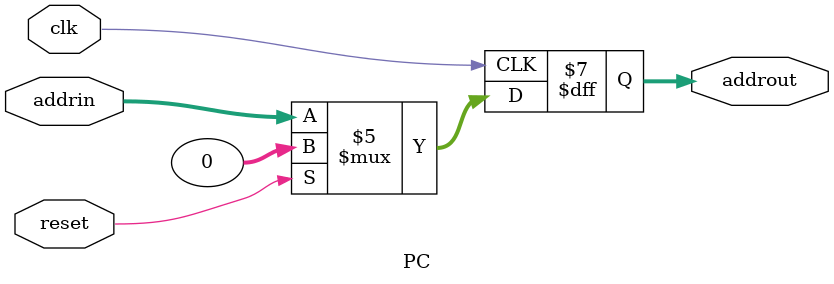
<source format=v>
`timescale 1ns/1ps
module PC (
    input clk,
    input reset,
    input [31:0] addrin,
    output reg [31:0] addrout
);
    initial begin
        addrout = 0;
    end
    always @(posedge clk) begin
        if(reset == 1) 
            addrout = 0;
        else
            addrout = addrin;
    end
endmodule
</source>
